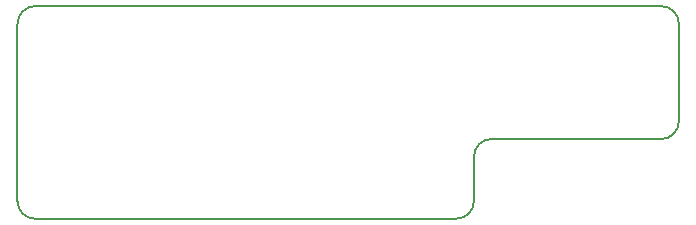
<source format=gbr>
G04 #@! TF.GenerationSoftware,KiCad,Pcbnew,(5.1.5)-3*
G04 #@! TF.CreationDate,2020-05-08T15:22:29-04:00*
G04 #@! TF.ProjectId,MZBOT_XY-Endstop,4d5a424f-545f-4585-992d-456e6473746f,A*
G04 #@! TF.SameCoordinates,Original*
G04 #@! TF.FileFunction,Profile,NP*
%FSLAX46Y46*%
G04 Gerber Fmt 4.6, Leading zero omitted, Abs format (unit mm)*
G04 Created by KiCad (PCBNEW (5.1.5)-3) date 2020-05-08 15:22:29*
%MOMM*%
%LPD*%
G04 APERTURE LIST*
%ADD10C,0.150000*%
G04 APERTURE END LIST*
D10*
X160650000Y-109500000D02*
X160650000Y-105750000D01*
X178000000Y-102750000D02*
X178000000Y-94500000D01*
X176500000Y-104250000D02*
X162150000Y-104250000D01*
X176500000Y-104250000D02*
G75*
G03X178000000Y-102750000I0J1500000D01*
G01*
X159150000Y-111000000D02*
X123500000Y-111000000D01*
X159150000Y-111000000D02*
G75*
G03X160650000Y-109500000I0J1500000D01*
G01*
X162150000Y-104250000D02*
G75*
G03X160650000Y-105750000I0J-1500000D01*
G01*
X122000000Y-94500000D02*
X122000000Y-95500000D01*
X124500000Y-93000000D02*
X123500000Y-93000000D01*
X178000000Y-94500000D02*
G75*
G03X176500000Y-93000000I-1500000J0D01*
G01*
X124500000Y-93000000D02*
X176500000Y-93000000D01*
X122000000Y-109500000D02*
X122000000Y-95500000D01*
X122000000Y-109500000D02*
G75*
G03X123500000Y-111000000I1500000J0D01*
G01*
X123500000Y-93000000D02*
G75*
G03X122000000Y-94500000I0J-1500000D01*
G01*
M02*

</source>
